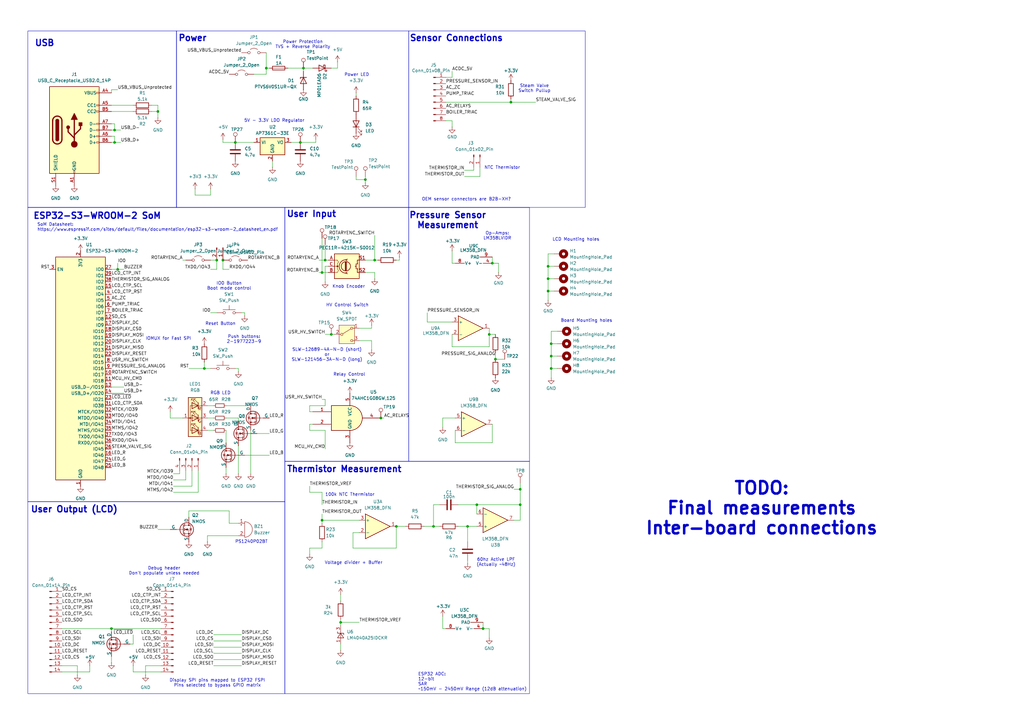
<source format=kicad_sch>
(kicad_sch (version 20231120) (generator "eeschema") (generator_version "8.0")
  (paper "A3")
  (junction (at 224.79 109.22))
  (junction (at 124.46 27.94))
  (junction (at 191.77 215.9))
  (junction (at 209.55 41.91))
  (junction (at 195.58 207.01))
  (junction (at 83.82 151.13))
  (junction (at 213.36 207.01))
  (junction (at 64.77 45.72))
  (junction (at 139.7 255.27))
  (junction (at 46.99 53.34))
  (junction (at 135.89 137.16))
  (junction (at 213.36 200.66))
  (junction (at 224.79 119.38))
  (junction (at 203.2 147.32))
  (junction (at 46.99 58.42))
  (junction (at 123.19 58.42))
  (junction (at 198.12 257.81))
  (junction (at 162.56 215.9))
  (junction (at 224.79 114.3))
  (junction (at 200.66 137.16))
  (junction (at 226.06 151.13))
  (junction (at 156.21 171.45))
  (junction (at 177.8 215.9))
  (junction (at 226.06 146.05))
  (junction (at 91.44 106.68))
  (junction (at 45.72 257.81))
  (junction (at 132.08 213.36))
  (junction (at 226.06 140.97))
  (junction (at 96.52 58.42))
  (junction (at 133.35 106.68))
  (junction (at 153.67 106.68))
  (junction (at 201.93 107.95))
  (junction (at 109.22 27.94))
  (junction (at 48.26 110.49))
  (junction (at 88.9 106.68))
  (junction (at 149.86 73.66))
  (junction (at 132.08 111.76))
  (wire (pts (xy 185.42 107.95) (xy 186.69 107.95)))
  (wire (pts (xy 133.35 184.15) (xy 133.35 176.53)))
  (wire (pts (xy 46.99 50.8) (xy 46.99 53.34)))
  (wire (pts (xy 182.88 41.91) (xy 209.55 41.91)))
  (wire (pts (xy 175.26 132.08) (xy 185.42 132.08)))
  (wire (pts (xy 191.77 231.14) (xy 191.77 229.87)))
  (wire (pts (xy 177.8 207.01) (xy 180.34 207.01)))
  (wire (pts (xy 127 166.37) (xy 127 168.91)))
  (wire (pts (xy 138.43 25.4) (xy 138.43 27.94)))
  (wire (pts (xy 50.8 158.75) (xy 45.72 158.75)))
  (wire (pts (xy 130.81 111.76) (xy 132.08 111.76)))
  (wire (pts (xy 154.94 106.68) (xy 153.67 106.68)))
  (wire (pts (xy 110.49 186.69) (xy 100.33 186.69)))
  (wire (pts (xy 226.06 146.05) (xy 226.06 151.13)))
  (wire (pts (xy 213.36 213.36) (xy 213.36 207.01)))
  (wire (pts (xy 200.66 261.62) (xy 200.66 257.81)))
  (wire (pts (xy 62.23 45.72) (xy 64.77 45.72)))
  (wire (pts (xy 201.93 181.61) (xy 186.69 181.61)))
  (wire (pts (xy 85.09 176.53) (xy 87.63 176.53)))
  (wire (pts (xy 175.26 128.27) (xy 175.26 132.08)))
  (wire (pts (xy 201.93 107.95) (xy 201.93 105.41)))
  (wire (pts (xy 152.4 133.35) (xy 152.4 134.62)))
  (wire (pts (xy 227.33 109.22) (xy 224.79 109.22)))
  (wire (pts (xy 213.36 200.66) (xy 213.36 207.01)))
  (wire (pts (xy 46.99 58.42) (xy 49.53 58.42)))
  (wire (pts (xy 109.22 30.48) (xy 109.22 27.94)))
  (wire (pts (xy 133.35 109.22) (xy 133.35 115.57)))
  (wire (pts (xy 83.82 151.13) (xy 83.82 148.59)))
  (wire (pts (xy 191.77 215.9) (xy 195.58 215.9)))
  (wire (pts (xy 119.38 58.42) (xy 123.19 58.42)))
  (wire (pts (xy 102.87 176.53) (xy 102.87 194.31)))
  (wire (pts (xy 91.44 106.68) (xy 91.44 110.49)))
  (wire (pts (xy 203.2 144.78) (xy 203.2 147.32)))
  (wire (pts (xy 129.54 58.42) (xy 123.19 58.42)))
  (wire (pts (xy 45.72 53.34) (xy 46.99 53.34)))
  (wire (pts (xy 127 176.53) (xy 127 173.99)))
  (wire (pts (xy 157.48 171.45) (xy 156.21 171.45)))
  (wire (pts (xy 129.54 57.15) (xy 129.54 58.42)))
  (wire (pts (xy 194.31 69.85) (xy 194.31 68.58)))
  (wire (pts (xy 127 173.99) (xy 128.27 173.99)))
  (wire (pts (xy 152.4 139.7) (xy 152.4 143.51)))
  (wire (pts (xy 177.8 215.9) (xy 173.99 215.9)))
  (wire (pts (xy 180.34 215.9) (xy 177.8 215.9)))
  (wire (pts (xy 71.12 196.85) (xy 76.2 196.85)))
  (wire (pts (xy 226.06 135.89) (xy 226.06 140.97)))
  (wire (pts (xy 224.79 109.22) (xy 224.79 114.3)))
  (wire (pts (xy 201.93 173.99) (xy 201.93 181.61)))
  (wire (pts (xy 111.76 66.04) (xy 111.76 68.58)))
  (wire (pts (xy 31.75 273.05) (xy 25.4 273.05)))
  (wire (pts (xy 92.71 191.77) (xy 92.71 194.31)))
  (wire (pts (xy 204.47 107.95) (xy 201.93 107.95)))
  (wire (pts (xy 88.9 106.68) (xy 88.9 110.49)))
  (wire (pts (xy 93.98 214.63) (xy 97.79 214.63)))
  (wire (pts (xy 133.35 166.37) (xy 127 166.37)))
  (wire (pts (xy 133.35 163.83) (xy 133.35 166.37)))
  (wire (pts (xy 130.81 106.68) (xy 133.35 106.68)))
  (wire (pts (xy 80.01 77.47) (xy 80.01 80.01)))
  (wire (pts (xy 227.33 114.3) (xy 224.79 114.3)))
  (wire (pts (xy 185.42 142.24) (xy 200.66 142.24)))
  (wire (pts (xy 91.44 57.15) (xy 91.44 58.42)))
  (wire (pts (xy 224.79 104.14) (xy 224.79 109.22)))
  (wire (pts (xy 54.61 264.16) (xy 53.34 264.16)))
  (wire (pts (xy 186.69 171.45) (xy 181.61 171.45)))
  (wire (pts (xy 76.2 196.85) (xy 76.2 193.04)))
  (wire (pts (xy 97.79 194.31) (xy 97.79 182.88)))
  (wire (pts (xy 45.72 55.88) (xy 46.99 55.88)))
  (wire (pts (xy 86.36 110.49) (xy 88.9 110.49)))
  (wire (pts (xy 146.05 73.66) (xy 146.05 72.39)))
  (wire (pts (xy 64.77 217.17) (xy 69.85 217.17)))
  (wire (pts (xy 162.56 215.9) (xy 162.56 224.79)))
  (wire (pts (xy 213.36 198.12) (xy 213.36 200.66)))
  (wire (pts (xy 187.96 207.01) (xy 195.58 207.01)))
  (wire (pts (xy 138.43 27.94) (xy 135.89 27.94)))
  (wire (pts (xy 25.4 257.81) (xy 45.72 257.81)))
  (wire (pts (xy 48.26 107.95) (xy 48.26 110.49)))
  (wire (pts (xy 59.69 276.86) (xy 59.69 273.05)))
  (wire (pts (xy 196.85 72.39) (xy 196.85 68.58)))
  (wire (pts (xy 135.89 137.16) (xy 137.16 137.16)))
  (wire (pts (xy 45.72 36.83) (xy 45.72 38.1)))
  (wire (pts (xy 80.01 80.01) (xy 86.36 80.01)))
  (wire (pts (xy 144.78 218.44) (xy 147.32 218.44)))
  (wire (pts (xy 46.99 53.34) (xy 49.53 53.34)))
  (wire (pts (xy 133.35 100.33) (xy 133.35 106.68)))
  (wire (pts (xy 31.75 276.86) (xy 31.75 273.05)))
  (wire (pts (xy 133.35 137.16) (xy 135.89 137.16)))
  (wire (pts (xy 132.08 210.82) (xy 132.08 213.36)))
  (wire (pts (xy 147.32 139.7) (xy 152.4 139.7)))
  (wire (pts (xy 87.63 273.05) (xy 99.06 273.05)))
  (wire (pts (xy 204.47 111.76) (xy 204.47 107.95)))
  (wire (pts (xy 149.86 73.66) (xy 149.86 72.39)))
  (wire (pts (xy 50.8 161.29) (xy 45.72 161.29)))
  (wire (pts (xy 85.09 219.71) (xy 85.09 222.25)))
  (wire (pts (xy 127 199.39) (xy 127 201.93)))
  (wire (pts (xy 45.72 45.72) (xy 54.61 45.72)))
  (wire (pts (xy 139.7 243.84) (xy 139.7 246.38)))
  (wire (pts (xy 100.33 129.54) (xy 100.33 128.27)))
  (wire (pts (xy 181.61 257.81) (xy 182.88 257.81)))
  (wire (pts (xy 86.36 106.68) (xy 88.9 106.68)))
  (wire (pts (xy 87.63 262.89) (xy 99.06 262.89)))
  (wire (pts (xy 132.08 213.36) (xy 132.08 214.63)))
  (wire (pts (xy 181.61 171.45) (xy 181.61 175.26)))
  (wire (pts (xy 139.7 256.54) (xy 139.7 255.27)))
  (wire (pts (xy 66.04 257.81) (xy 45.72 257.81)))
  (wire (pts (xy 149.86 74.93) (xy 149.86 73.66)))
  (wire (pts (xy 45.72 110.49) (xy 48.26 110.49)))
  (wire (pts (xy 132.08 207.01) (xy 132.08 201.93)))
  (wire (pts (xy 97.79 171.45) (xy 97.79 172.72)))
  (wire (pts (xy 93.98 110.49) (xy 91.44 110.49)))
  (wire (pts (xy 162.56 215.9) (xy 166.37 215.9)))
  (wire (pts (xy 127 224.79) (xy 132.08 224.79)))
  (wire (pts (xy 77.47 151.13) (xy 83.82 151.13)))
  (wire (pts (xy 224.79 123.19) (xy 224.79 119.38)))
  (wire (pts (xy 163.83 105.41) (xy 163.83 106.68)))
  (wire (pts (xy 48.26 110.49) (xy 50.8 110.49)))
  (wire (pts (xy 187.96 215.9) (xy 191.77 215.9)))
  (wire (pts (xy 224.79 119.38) (xy 227.33 119.38)))
  (wire (pts (xy 96.52 58.42) (xy 104.14 58.42)))
  (wire (pts (xy 213.36 213.36) (xy 210.82 213.36)))
  (wire (pts (xy 132.08 213.36) (xy 147.32 213.36)))
  (wire (pts (xy 133.35 106.68) (xy 134.62 106.68)))
  (wire (pts (xy 132.08 111.76) (xy 134.62 111.76)))
  (wire (pts (xy 195.58 207.01) (xy 213.36 207.01)))
  (wire (pts (xy 77.47 209.55) (xy 93.98 209.55)))
  (wire (pts (xy 97.79 151.13) (xy 97.79 152.4)))
  (wire (pts (xy 45.72 50.8) (xy 46.99 50.8)))
  (wire (pts (xy 203.2 137.16) (xy 200.66 137.16)))
  (wire (pts (xy 77.47 209.55) (xy 77.47 212.09)))
  (wire (pts (xy 102.87 166.37) (xy 92.71 166.37)))
  (wire (pts (xy 124.46 27.94) (xy 124.46 29.21)))
  (wire (pts (xy 185.42 102.87) (xy 185.42 107.95)))
  (wire (pts (xy 109.22 21.59) (xy 109.22 27.94)))
  (wire (pts (xy 224.79 114.3) (xy 224.79 119.38)))
  (wire (pts (xy 185.42 49.53) (xy 185.42 52.07)))
  (wire (pts (xy 91.44 58.42) (xy 96.52 58.42)))
  (wire (pts (xy 185.42 29.21) (xy 185.42 31.75)))
  (wire (pts (xy 185.42 31.75) (xy 182.88 31.75)))
  (wire (pts (xy 87.63 260.35) (xy 99.06 260.35)))
  (wire (pts (xy 200.66 137.16) (xy 200.66 134.62)))
  (wire (pts (xy 163.83 106.68) (xy 162.56 106.68)))
  (wire (pts (xy 54.61 260.35) (xy 54.61 264.16)))
  (wire (pts (xy 81.28 201.93) (xy 71.12 201.93)))
  (wire (pts (xy 226.06 146.05) (xy 228.6 146.05)))
  (wire (pts (xy 200.66 257.81) (xy 198.12 257.81)))
  (wire (pts (xy 219.71 41.91) (xy 209.55 41.91)))
  (wire (pts (xy 146.05 73.66) (xy 149.86 73.66)))
  (wire (pts (xy 85.09 171.45) (xy 87.63 171.45)))
  (wire (pts (xy 87.63 267.97) (xy 99.06 267.97)))
  (wire (pts (xy 110.49 27.94) (xy 109.22 27.94)))
  (wire (pts (xy 45.72 58.42) (xy 46.99 58.42)))
  (wire (pts (xy 127 224.79) (xy 127 227.33)))
  (wire (pts (xy 147.32 255.27) (xy 139.7 255.27)))
  (wire (pts (xy 48.26 36.83) (xy 45.72 36.83)))
  (wire (pts (xy 46.99 55.88) (xy 46.99 58.42)))
  (wire (pts (xy 149.86 106.68) (xy 153.67 106.68)))
  (wire (pts (xy 85.09 166.37) (xy 87.63 166.37)))
  (wire (pts (xy 133.35 176.53) (xy 127 176.53)))
  (wire (pts (xy 132.08 163.83) (xy 133.35 163.83)))
  (wire (pts (xy 228.6 140.97) (xy 226.06 140.97)))
  (wire (pts (xy 93.98 209.55) (xy 93.98 214.63)))
  (wire (pts (xy 25.4 275.59) (xy 36.83 275.59)))
  (wire (pts (xy 86.36 77.47) (xy 86.36 80.01)))
  (wire (pts (xy 195.58 207.01) (xy 195.58 210.82)))
  (wire (pts (xy 64.77 43.18) (xy 64.77 45.72)))
  (wire (pts (xy 45.72 257.81) (xy 45.72 259.08)))
  (wire (pts (xy 209.55 40.64) (xy 209.55 41.91)))
  (wire (pts (xy 226.06 140.97) (xy 226.06 146.05)))
  (wire (pts (xy 198.12 257.81) (xy 198.12 255.27)))
  (wire (pts (xy 66.04 275.59) (xy 54.61 275.59)))
  (wire (pts (xy 118.11 27.94) (xy 124.46 27.94)))
  (wire (pts (xy 153.67 96.52) (xy 153.67 106.68)))
  (wire (pts (xy 132.08 97.79) (xy 132.08 111.76)))
  (wire (pts (xy 45.72 43.18) (xy 54.61 43.18)))
  (wire (pts (xy 153.67 111.76) (xy 153.67 114.3)))
  (wire (pts (xy 144.78 224.79) (xy 144.78 218.44)))
  (wire (pts (xy 59.69 273.05) (xy 66.04 273.05)))
  (wire (pts (xy 100.33 128.27) (xy 99.06 128.27)))
  (wire (pts (xy 127 168.91) (xy 128.27 168.91)))
  (wire (pts (xy 177.8 207.01) (xy 177.8 215.9)))
  (wire (pts (xy 152.4 134.62) (xy 147.32 134.62)))
  (wire (pts (xy 71.12 194.31) (xy 73.66 194.31)))
  (wire (pts (xy 124.46 27.94) (xy 128.27 27.94)))
  (wire (pts (xy 146.05 38.1) (xy 146.05 39.37)))
  (wire (pts (xy 45.72 271.78) (xy 45.72 269.24)))
  (wire (pts (xy 104.14 30.48) (xy 109.22 30.48)))
  (wire (pts (xy 69.85 171.45) (xy 74.93 171.45)))
  (wire (pts (xy 78.74 199.39) (xy 71.12 199.39)))
  (wire (pts (xy 74.93 106.68) (xy 76.2 106.68)))
  (wire (pts (xy 185.42 142.24) (xy 185.42 137.16)))
  (wire (pts (xy 182.88 49.53) (xy 185.42 49.53)))
  (wire (pts (xy 226.06 154.94) (xy 226.06 151.13)))
  (wire (pts (xy 83.82 151.13) (xy 86.36 151.13)))
  (wire (pts (xy 139.7 264.16) (xy 139.7 266.7)))
  (wire (pts (xy 110.49 177.8) (xy 105.41 177.8)))
  (wire (pts (xy 127 201.93) (xy 132.08 201.93)))
  (wire (pts (xy 97.79 219.71) (xy 85.09 219.71)))
  (wire (pts (xy 190.5 72.39) (xy 196.85 72.39)))
  (wire (pts (xy 97.79 151.13) (xy 96.52 151.13)))
  (wire (pts (xy 200.66 142.24) (xy 200.66 137.16)))
  (wire (pts (xy 86.36 128.27) (xy 88.9 128.27)))
  (wire (pts (xy 69.85 168.91) (xy 69.85 171.45)))
  (wire (pts (xy 92.71 171.45) (xy 97.79 171.45)))
  (wire (pts (xy 78.74 199.39) (xy 78.74 193.04)))
  (wire (pts (xy 139.7 255.27) (xy 139.7 254)))
  (wire (pts (xy 210.82 200.66) (xy 213.36 200.66)))
  (wire (pts (xy 149.86 111.76) (xy 153.67 111.76)))
  (wire (pts (xy 64.77 45.72) (xy 64.77 48.26)))
  (wire (pts (xy 36.83 273.05) (xy 36.83 275.59)))
  (wire (pts (xy 87.63 270.51) (xy 99.06 270.51)))
  (wire (pts (xy 62.23 43.18) (xy 64.77 43.18)))
  (wire (pts (xy 226.06 151.13) (xy 228.6 151.13)))
  (wire (pts (xy 228.6 135.89) (xy 226.06 135.89)))
  (wire (pts (xy 87.63 265.43) (xy 99.06 265.43)))
  (wire (pts (xy 73.66 194.31) (xy 73.66 193.04)))
  (wire (pts (xy 186.69 181.61) (xy 186.69 176.53)))
  (wire (pts (xy 227.33 104.14) (xy 224.79 104.14)))
  (wire (pts (xy 162.56 224.79) (xy 144.78 224.79)))
  (wire (pts (xy 54.61 273.05) (xy 54.61 275.59)))
  (wire (pts (xy 134.62 109.22) (xy 133.35 109.22)))
  (wire (pts (xy 132.08 222.25) (xy 132.08 224.79)))
  (wire (pts (xy 207.01 147.32) (xy 203.2 147.32)))
  (wire (pts (xy 191.77 215.9) (xy 191.77 222.25)))
  (wire (pts (xy 190.5 69.85) (xy 194.31 69.85)))
  (wire (pts (xy 81.28 201.93) (xy 81.28 193.04)))
  (wire (pts (xy 181.61 252.73) (xy 181.61 257.81)))
  (wire (pts (xy 92.71 176.53) (xy 92.71 181.61)))
  (rectangle (start 116.84 85.09) (end 167.64 189.23))
  (rectangle (start 72.39 12.7) (end 167.64 85.09))
  (rectangle (start 11.43 205.74) (end 116.84 284.48))
  (rectangle (start 116.84 189.23) (end 217.17 284.48))
  (rectangle (start 11.43 85.09) (end 116.84 205.74))
  (rectangle (start 11.43 12.7) (end 72.39 85.09))
  (rectangle (start 167.64 12.7) (end 240.03 85.09))
  (rectangle (start 167.64 85.09) (end 217.17 189.23))
  (text "60hz Active LPF\n(Actually ~48Hz)" (at 203.454 230.632 0) (effects (font (size 1.27 1.27))))
  (text "Thermistor Measurement" (at 141.224 192.532 0) (effects (font (size 2.54 2.54) (thickness 0.508) (bold yes))))
  (text "Debug header\nDon't populate unless needed" (at 67.31 234.188 0) (effects (font (size 1.27 1.27))))
  (text "ESP32 ADC:\n12-bit\nSAR\n~150mV - 2450mV Range (12dB attenuation)" (at 171.45 279.654 0) (effects (font (size 1.27 1.27)) (justify left)))
  (text "SLW-12689-4A-N-D (short)\nor\nSLW-121456-3A-N-D (long)" (at 134.112 145.542 0) (effects (font (size 1.27 1.27))))
  (text "OEM sensor connectors are B2B-XH?" (at 191.262 81.788 0) (effects (font (size 1.27 1.27))))
  (text "Steam Valve\nSwitch Pullup" (at 219.202 36.322 0) (effects (font (size 1.27 1.27))))
  (text "Push buttons:\n2-1977223-9" (at 100.076 139.192 0) (effects (font (size 1.27 1.27))))
  (text "Relay Control" (at 143.256 153.67 0) (effects (font (size 1.27 1.27))))
  (text "100k NTC Thermistor" (at 143.51 202.946 0) (effects (font (size 1.27 1.27))))
  (text "User Input" (at 127.762 87.884 0) (effects (font (size 2.54 2.54) (thickness 0.508) (bold yes))))
  (text "Board Mounting holes" (at 240.538 131.572 0) (effects (font (size 1.27 1.27))))
  (text "New screen:" (at -49.276 248.158 0) (effects (font (size 1.27 1.27))))
  (text "IOMUX for Fast SPI" (at 69.088 138.938 0) (effects (font (size 1.27 1.27))))
  (text "Power LED" (at 146.304 30.734 0) (effects (font (size 1.27 1.27))))
  (text "Power Protection\nTVS + Reverse Polarity" (at 124.206 18.288 0) (effects (font (size 1.27 1.27))))
  (text "5V - 3.3V LDO Regulator" (at 112.522 49.53 0) (effects (font (size 1.27 1.27))))
  (text "SoM Datasheet:\nhttps://www.espressif.com/sites/default/files/documentation/esp32-s3-wroom-2_datasheet_en.pdf" (at 15.24 93.218 0) (effects (font (size 1.27 1.27)) (justify left)))
  (text "Pressure Sensor\nMeasurement" (at 183.642 90.424 0) (effects (font (size 2.54 2.54) (thickness 0.508) (bold yes))))
  (text "TODO:\nFinal measurements\nInter-board connections" (at 312.42 208.534 0) (effects (font (size 5.08 5.08) (thickness 1.016) (bold yes))))
  (text "Reset Button" (at 90.424 132.842 0) (effects (font (size 1.27 1.27))))
  (text "Voltage divider + Buffer" (at 145.034 230.886 0) (effects (font (size 1.27 1.27))))
  (text "User Output (LCD)" (at 30.48 209.042 0) (effects (font (size 2.54 2.54) (thickness 0.508) (bold yes))))
  (text "USB" (at 18.288 17.78 0) (effects (font (size 2.54 2.54) (thickness 0.508) (bold yes))))
  (text "RGB LED" (at 90.424 161.29 0) (effects (font (size 1.27 1.27))))
  (text "ESP32-S3-WROOM-2 SoM" (at 39.878 88.646 0) (effects (font (size 2.54 2.54) (thickness 0.508) (bold yes))))
  (text "LCD Mounting holes" (at 236.22 98.298 0) (effects (font (size 1.27 1.27))))
  (text "Sensor Connections" (at 187.198 15.748 0) (effects (font (size 2.54 2.54) (thickness 0.508) (bold yes))))
  (text "HV Control Switch" (at 142.494 125.222 0) (effects (font (size 1.27 1.27))))
  (text "Knob Encoder" (at 143.002 117.602 0) (effects (font (size 1.27 1.27))))
  (text "PS1240P02BT" (at 103.124 222.25 0) (effects (font (size 1.27 1.27))))
  (text "Power" (at 78.994 15.748 0) (effects (font (size 2.54 2.54) (thickness 0.508) (bold yes))))
  (text "https://www.amazon.com/Hosyond-320x480-Capacitive-Display-Mega2560/dp/B0CRGQN58D?pd_rd_w=MfTtT&content-id=amzn1.sym.cd152278-debd-42b9-91b9-6f271389fda7&pf_rd_p=cd152278-debd-42b9-91b9-6f271389fda7&pf_rd_r=4CVHM0RG5QGXJTRP6XDY&pd_rd_wg=Nnetp&pd_rd_r=2bbf2a5e-2d15-4c26-bcf4-4226e2b3f481&pd_rd_i=B0CRGQN58D&th=1" (at -46.736 251.968 0) (effects (font (size 0.254 0.254))))
  (text "Display SPI pins mapped to ESP32 FSPI\nPins selected to bypass GPIO matrix" (at 89.154 280.162 0) (effects (font (size 1.27 1.27))))
  (text "Op-Amps:\nLM358LVIDR" (at 203.962 96.774 0) (effects (font (size 1.27 1.27))))
  (text "IO0 Button\nBoot mode control" (at 93.98 117.348 0) (effects (font (size 1.27 1.27))))
  (text "NTC Thermistor" (at 205.994 68.834 0) (effects (font (size 1.27 1.27))))
  (label "USB_D-" (at 49.53 53.34 0))
  (label "MCU_HV_CMD" (at 133.35 184.15 180))
  (label "LCD_CTP_INT" (at 25.4 245.11 0))
  (label "LCD_CTP_SCL" (at 66.04 252.73 180))
  (label "LED_G" (at 45.72 189.23 0))
  (label "DISPLAY_RESET" (at 45.72 146.05 0))
  (label "DISPLAY_DC" (at 45.72 133.35 0))
  (label "MTDO{slash}IO40" (at 45.72 171.45 0))
  (label "DISPLAY_CLK" (at 45.72 140.97 0))
  (label "MTMS{slash}IO42" (at 71.12 201.93 180))
  (label "LED_R" (at 45.72 186.69 0))
  (label "USB_VBUS_Unprotected" (at 99.06 21.59 180))
  (label "LCD_CTP_RST" (at 66.04 250.19 180))
  (label "BUZZER" (at 50.8 110.49 0))
  (label "LCD_CS" (at 87.63 262.89 180))
  (label "ROTARYENC_B" (at 101.6 106.68 0))
  (label "MTCK{slash}IO39" (at 45.72 168.91 0))
  (label "AC_ZC" (at 45.72 123.19 0))
  (label "MCU_HV_CMD" (at 45.72 156.21 0))
  (label "DISPLAY_RESET" (at 99.06 273.05 0))
  (label "USB_D+" (at 49.53 58.42 0))
  (label "LCD_RESET" (at 25.4 267.97 0))
  (label "BOILER_TRIAC" (at 182.88 46.99 0))
  (label "THERMISTOR_VREF" (at 147.32 255.27 0))
  (label "LCD_SCL" (at 87.63 267.97 180))
  (label "IO0" (at 48.26 107.95 0))
  (label "ROTARYENC_B" (at 130.81 111.76 180))
  (label "MTCK{slash}IO39" (at 71.12 194.31 180))
  (label "LCD_SDI" (at 66.04 262.89 180))
  (label "PRESSURE_SENSOR_IN" (at 182.88 34.29 0))
  (label "SD_CS" (at 25.4 242.57 0))
  (label "LCD_SCL" (at 25.4 260.35 0))
  (label "THERMISTOR_OUT" (at 132.08 210.82 0))
  (label "LED_B" (at 45.72 191.77 0))
  (label "ACDC_5V" (at 93.98 30.48 180))
  (label "LCD_CS" (at 66.04 270.51 180))
  (label "THERMISTOR_SIG_ANALOG" (at 210.82 200.66 180))
  (label "AC_RELAYS" (at 182.88 44.45 0))
  (label "TXD0{slash}IO43" (at 45.72 179.07 0))
  (label "LCD_RESET" (at 87.63 273.05 180))
  (label "LCD_CTP_SCL" (at 45.72 118.11 0))
  (label "IO0" (at 86.36 128.27 180))
  (label "LCD_CTP_SDA" (at 25.4 247.65 0))
  (label "ROTARYENC_SWITCH" (at 153.67 96.52 180))
  (label "THERMISTOR_SIG_ANALOG" (at 45.72 115.57 0))
  (label "SD_CS" (at 66.04 242.57 180))
  (label "TXD0{slash}IO43" (at 86.36 110.49 180))
  (label "LCD_SDO" (at 87.63 270.51 180))
  (label "AC_RELAYS" (at 157.48 171.45 0))
  (label "PRESSURE_SENSOR_IN" (at 175.26 128.27 0))
  (label "LCD_SDO" (at 25.4 255.27 0))
  (label "MTDI{slash}IO41" (at 45.72 173.99 0))
  (label "PRESSURE_SIG_ANALOG" (at 45.72 151.13 0))
  (label "MTDO{slash}IO40" (at 71.12 196.85 180))
  (label "ROTARYENC_A" (at 130.81 106.68 180))
  (label "ROTARYENC_A" (at 74.93 106.68 180))
  (label "LCD_DC" (at 66.04 265.43 180))
  (label "THERMISTOR_IN" (at 132.08 207.01 0))
  (label "LCD_SDO" (at 66.04 255.27 180))
  (label "~{LCD_LED}" (at 45.72 163.83 0))
  (label "LCD_SDI" (at 87.63 265.43 180))
  (label "LCD_CTP_SDA" (at 45.72 166.37 0))
  (label "LCD_CTP_RST" (at 45.72 120.65 0))
  (label "RST" (at 20.32 110.49 180))
  (label "LCD_CTP_INT" (at 66.04 245.11 180))
  (label "PUMP_TRIAC" (at 45.72 125.73 0))
  (label "LCD_DC" (at 87.63 260.35 180))
  (label "LED_G" (at 110.49 177.8 0))
  (label "STEAM_VALVE_SIG" (at 45.72 184.15 0))
  (label "ROTARYENC_SWITCH" (at 45.72 153.67 0))
  (label "BOILER_TRIAC" (at 45.72 128.27 0))
  (label "~{LCD_LED}" (at 54.61 260.35 180))
  (label "STEAM_VALVE_SIG" (at 219.71 41.91 0))
  (label "ACDC_5V" (at 185.42 29.21 0))
  (label "PUMP_TRIAC" (at 182.88 39.37 0))
  (label "PRESSURE_SIG_ANALOG" (at 203.2 146.05 180))
  (label "USR_HV_SWITCH" (at 133.35 137.16 180))
  (label "THERMISTOR_IN" (at 190.5 69.85 180))
  (label "LCD_DC" (at 25.4 265.43 0))
  (label "LED_B" (at 110.49 186.69 0))
  (label "USB_D-" (at 50.8 158.75 0))
  (label "LCD_RESET" (at 66.04 267.97 180))
  (label "SD_CS" (at 45.72 130.81 0))
  (label "DISPLAY_CLK" (at 99.06 267.97 0))
  (label "USB_D+" (at 50.8 161.29 0))
  (label "MTDI{slash}IO41" (at 71.12 199.39 180))
  (label "RXD0{slash}IO44" (at 45.72 181.61 0))
  (label "LCD_CTP_RST" (at 25.4 250.19 0))
  (label "USB_VBUS_Unprotected" (at 48.26 36.83 0))
  (label "AC_ZC" (at 182.88 36.83 0))
  (label "DISPLAY_DC" (at 99.06 260.35 0))
  (label "LCD_SCL" (at 66.04 260.35 180))
  (label "LCD_CTP_INT" (at 45.72 113.03 0))
  (label "BUZZER" (at 64.77 217.17 180))
  (label "RST" (at 77.47 151.13 180))
  (label "THERMISTOR_VREF" (at 127 199.39 0))
  (label "DISPLAY_CS0" (at 99.06 262.89 0))
  (label "LCD_CS" (at 25.4 270.51 0))
  (label "DISPLAY_MOSI" (at 99.06 265.43 0))
  (label "DISPLAY_MOSI" (at 45.72 138.43 0))
  (label "LED_R" (at 110.49 171.45 0))
  (label "DISPLAY_MISO" (at 99.06 270.51 0))
  (label "USR_HV_SWITCH" (at 45.72 148.59 0))
  (label "DISPLAY_CS0" (at 45.72 135.89 0))
  (label "LCD_CTP_SDA" (at 66.04 247.65 180))
  (label "LCD_CTP_SCL" (at 25.4 252.73 0))
  (label "RXD0{slash}IO44" (at 93.98 110.49 0))
  (label "USR_HV_SWITCH" (at 132.08 163.83 180))
  (label "THERMISTOR_OUT" (at 190.5 72.39 180))
  (label "DISPLAY_MISO" (at 45.72 143.51 0))
  (label "MTMS{slash}IO42" (at 45.72 176.53 0))
  (label "LCD_SDI" (at 25.4 262.89 0))
  (symbol (lib_id "Mechanical:MountingHole_Pad") (at 229.87 109.22 270) (unit 1) (exclude_from_sim yes) (in_bom no)
    (property "Reference" "H2" (at 233.68 107.9499 90) (effects (justify left)))
    (property "Value" "MountingHole_Pad" (at 233.68 110.4899 90) (effects (justify left)))
    (property "Footprint" "MountingHole:MountingHole_3.2mm_M3_DIN965" (effects (hide yes)))
    (property "Description" "Mounting Hole with connection" (effects (hide yes)))
  )
  (symbol (lib_id "Connector:TestPoint") (at 123.19 58.42 0) (unit 1)
    (property "Reference" "TP26" (at 119.888 53.086 0) (effects (justify left)))
    (property "Value" "TestPoint" (effects (hide yes)))
    (property "Footprint" "Connector_PinHeader_2.54mm:PinHeader_1x01_P2.54mm_Vertical" (effects (hide yes)))
    (property "Description" "test point" (effects (hide yes)))
  )
  (symbol (lib_id "power:+5V") (at 54.61 273.05 0) (mirror y) (unit 1)
    (property "Reference" "#PWR026" (effects (hide yes)))
    (property "Value" "+5V" (at 54.61 269.494 0))
    (property "Description" "Power symbol creates a global label with name \"+5V\"" (effects (hide yes)))
  )
  (symbol (lib_id "Device:R_Small") (at 90.17 166.37 90) (unit 1)
    (property "Reference" "R28" (at 92.71 163.83 90))
    (property "Value" "65R" (at 87.63 163.83 90))
    (property "Footprint" "Resistor_SMD:R_0603_1608Metric_Pad0.98x0.95mm_HandSolder" (effects (hide yes)))
  )
  (symbol (lib_id "power:GND") (at 31.75 276.86 0) (unit 1)
    (property "Reference" "#PWR020" (effects (hide yes)))
    (property "Value" "GND" (at 31.75 281.94 0))
    (property "Description" "Power symbol creates a global label with name \"GND\" , ground" (effects (hide yes)))
  )
  (symbol (lib_id "power:GND") (at 191.77 231.14 0) (unit 1)
    (property "Reference" "#PWR059" (effects (hide yes)))
    (property "Value" "GND" (at 191.77 236.22 0))
    (property "Description" "Power symbol creates a global label with name \"GND\" , ground" (effects (hide yes)))
  )
  (symbol (lib_id "power:GND") (at 30.48 76.2 0) (unit 1)
    (property "Reference" "#PWR03" (effects (hide yes)))
    (property "Value" "GND" (at 30.48 81.28 0))
    (property "Description" "Power symbol creates a global label with name \"GND\" , ground" (effects (hide yes)))
  )
  (symbol (lib_id "Connector:TestPoint") (at 156.21 171.45 0) (unit 1)
    (property "Reference" "TP19" (at 157.226 166.878 0) (effects (justify left)))
    (property "Value" "TestPoint" (effects (hide yes)))
    (property "Footprint" "Connector_PinHeader_2.54mm:PinHeader_1x01_P2.54mm_Vertical" (effects (hide yes)))
    (property "Description" "test point" (effects (hide yes)))
  )
  (symbol (lib_id "Device:R") (at 132.08 218.44 0) (unit 1)
    (property "Reference" "R23" (at 133.604 217.17 0) (effects (justify left)))
    (property "Value" "10k" (at 133.604 219.71 0) (effects (justify left)))
    (property "Footprint" "Resistor_SMD:R_0603_1608Metric_Pad0.98x0.95mm_HandSolder" (effects (hide yes)))
    (property "Description" "Resistor" (effects (hide yes)))
  )
  (symbol (lib_id "Jumper:Jumper_2_Open") (at 104.14 21.59 0) (unit 1) (exclude_from_sim yes)
    (property "Reference" "JP1" (at 104.14 15.24 0))
    (property "Value" "Jumper_2_Open" (at 104.14 17.78 0))
    (property "Footprint" "Jumper:SolderJumper-2_P1.3mm_Open_Pad1.0x1.5mm" (effects (hide yes)))
    (property "Description" "Jumper, 2-pole, open" (effects (hide yes)))
  )
  (symbol (lib_id "Device:D_Schottky") (at 132.08 27.94 180) (unit 1)
    (property "Reference" "D2" (at 133.2484 29.972 90) (effects (justify left)))
    (property "Value" "MP01EA06" (at 130.937 29.972 90) (effects (justify left)))
    (property "Footprint" "Diode_SMD:D_SOD-123" (effects (hide yes)))
    (property "Datasheet" "https://www.mouser.com/datasheet/2/40/MP01EA06_file-2936388.pdf" (effects (hide yes)))
    (property "Description" "60V 1A 600mV @ 1A SOD-123 Schottky Barrier Diodes (SBD) RoHS" (effects (hide yes)))
    (property "Package" "SOD-123" (effects (hide yes)))
  )
  (symbol (lib_id "Device:R") (at 158.75 106.68 90) (unit 1)
    (property "Reference" "R19" (at 158.75 100.33 90))
    (property "Value" "10k" (at 158.75 102.87 90))
    (property "Footprint" "Resistor_SMD:R_0603_1608Metric_Pad0.98x0.95mm_HandSolder" (effects (hide yes)))
    (property "Description" "Resistor" (effects (hide yes)))
  )
  (symbol (lib_id "power:GND") (at 146.05 54.61 0) (unit 1)
    (property "Reference" "#PWR029" (effects (hide yes)))
    (property "Value" "GND" (at 146.05 59.69 0))
    (property "Description" "Power symbol creates a global label with name \"GND\" , ground" (effects (hide yes)))
  )
  (symbol (lib_id "Simulation_SPICE:NMOS") (at 105.41 171.45 0) (mirror y) (unit 1)
    (property "Reference" "Q7" (at 105.918 163.322 0) (effects (justify left)))
    (property "Value" "NMOS" (at 105.918 165.862 0) (effects (justify left)))
    (property "Footprint" "Package_TO_SOT_SMD:SOT-23" (effects (hide yes)))
    (property "Datasheet" "https://ngspice.sourceforge.io/docs/ngspice-html-manual/manual.xhtml#cha_MOSFETs" (effects (hide yes)))
    (property "Description" "N-MOSFET transistor, drain/source/gate" (effects (hide yes)))
    (property "Sim.Device" "NMOS" (effects (hide yes)))
    (property "Sim.Type" "VDMOS" (effects (hide yes)))
    (property "Sim.Pins" "1=D 2=G 3=S" (effects (hide yes)))
  )
  (symbol (lib_id "power:+3.3V") (at 181.61 252.73 0) (unit 1)
    (property "Reference" "#PWR013" (effects (hide yes)))
    (property "Value" "+3.3V" (at 178.816 248.666 0) (effects (justify left)))
    (property "Description" "Power symbol creates a global label with name \"+3.3V\"" (effects (hide yes)))
  )
  (symbol (lib_id "power:+3.3V") (at 139.7 243.84 0) (unit 1)
    (property "Reference" "#PWR049" (effects (hide yes)))
    (property "Value" "+3.3V" (at 139.7 238.76 0))
    (property "Description" "Power symbol creates a global label with name \"+3.3V\"" (effects (hide yes)))
  )
  (symbol (lib_id "power:+3.3V") (at 143.51 161.29 0) (unit 1)
    (property "Reference" "#PWR030" (effects (hide yes)))
    (property "Value" "+3.3V" (at 143.51 156.21 0))
    (property "Description" "Power symbol creates a global label with name \"+3.3V\"" (effects (hide yes)))
  )
  (symbol (lib_id "Connector:Conn_01x02_Pin") (at 196.85 63.5 270) (unit 1)
    (property "Reference" "J3" (at 194.31 58.674 90) (effects (justify right)))
    (property "Value" "Conn_01x02_Pin" (at 202.438 61.214 90) (effects (justify right)))
    (property "Footprint" "Connector_JST:JST_XH_B2B-XH-AM_1x02_P2.50mm_Vertical" (effects (hide yes)))
    (property "Description" "Generic connector, single row, 01x02, script generated" (effects (hide yes)))
  )
  (symbol (lib_id "Simulation_SPICE:NMOS") (at 74.93 217.17 0) (unit 1)
    (property "Reference" "Q2" (at 78.74 211.328 0) (effects (justify left)))
    (property "Value" "NMOS" (at 78.74 213.868 0) (effects (justify left)))
    (property "Footprint" "Package_TO_SOT_SMD:SOT-23" (effects (hide yes)))
    (property "Datasheet" "https://ngspice.sourceforge.io/docs/ngspice-html-manual/manual.xhtml#cha_MOSFETs" (effects (hide yes)))
    (property "Description" "N-MOSFET transistor, drain/source/gate" (effects (hide yes)))
    (property "Sim.Device" "NMOS" (effects (hide yes)))
    (property "Sim.Type" "VDMOS" (effects (hide yes)))
    (property "Sim.Pins" "1=D 2=G 3=S" (effects (hide yes)))
  )
  (symbol (lib_id "power:GND") (at 224.79 123.19 0) (unit 1)
    (property "Reference" "#PWR037" (effects (hide yes)))
    (property "Value" "GND" (at 222.758 127.508 0) (effects (justify left)))
    (property "Description" "Power symbol creates a global label with name \"GND\" , ground" (effects (hide yes)))
  )
  (symbol (lib_id "power:GND") (at 200.66 261.62 0) (unit 1)
    (property "Reference" "#PWR019" (effects (hide yes)))
    (property "Value" "GND" (at 198.628 265.938 0) (effects (justify left)))
    (property "Description" "Power symbol creates a global label with name \"GND\" , ground" (effects (hide yes)))
  )
  (symbol (lib_id "Connector:TestPoint") (at 146.05 72.39 0) (unit 1)
    (property "Reference" "TP3" (at 141.224 66.294 0) (effects (justify left)))
    (property "Value" "TestPoint" (at 135.89 68.58 0) (effects (justify left)))
    (property "Footprint" "Connector_PinHeader_2.54mm:PinHeader_1x01_P2.54mm_Vertical" (effects (hide yes)))
    (property "Description" "test point" (effects (hide yes)))
  )
  (symbol (lib_id "Switch:SW_Push") (at 93.98 128.27 0) (unit 1)
    (property "Reference" "SW1" (at 93.98 120.65 0))
    (property "Value" "SW_Push" (at 93.98 123.19 0))
    (property "Footprint" "Button_Switch_SMD:SW_Push_1P1T_NO_6x6mm_H9.5mm" (effects (hide yes)))
    (property "Description" "Push button switch, generic, two pins" (effects (hide yes)))
  )
  (symbol (lib_id "Mechanical:MountingHole_Pad") (at 229.87 119.38 270) (unit 1) (exclude_from_sim yes) (in_bom no)
    (property "Reference" "H4" (at 233.68 118.1099 90) (effects (justify left)))
    (property "Value" "MountingHole_Pad" (at 233.68 120.6499 90) (effects (justify left)))
    (property "Footprint" "MountingHole:MountingHole_3.2mm_M3_DIN965" (effects (hide yes)))
    (property "Description" "Mounting Hole with connection" (effects (hide yes)))
  )
  (symbol (lib_id "Mechanical:MountingHole_Pad") (at 231.14 135.89 270) (unit 1) (exclude_from_sim yes) (in_bom no)
    (property "Reference" "H5" (at 234.95 134.6199 90) (effects (justify left)))
    (property "Value" "MountingHole_Pad" (at 234.95 137.1599 90) (effects (justify left)))
    (property "Footprint" "MountingHole:MountingHole_3.2mm_M3_DIN965_Pad" (effects (hide yes)))
    (property "Description" "Mounting Hole with connection" (effects (hide yes)))
  )
  (symbol (lib_id "power:GND") (at 22.86 76.2 0) (unit 1)
    (property "Reference" "#PWR01" (effects (hide yes)))
    (property "Value" "GND" (at 22.86 81.28 0))
    (property "Description" "Power symbol creates a global label with name \"GND\" , ground" (effects (hide yes)))
  )
  (symbol (lib_id "Device:R") (at 209.55 36.83 0) (mirror x) (unit 1)
    (property "Reference" "R31" (at 207.01 35.5599 0) (effects (justify right)))
    (property "Value" "10k" (at 207.01 38.0999 0) (effects (justify right)))
    (property "Footprint" "Resistor_SMD:R_0603_1608Metric_Pad0.98x0.95mm_HandSolder" (effects (hide yes)))
    (property "Description" "Resistor" (effects (hide yes)))
  )
  (symbol (lib_id "Device:R") (at 139.7 250.19 180) (unit 1)
    (property "Reference" "R24" (at 134.62 251.46 0))
    (property "Value" "3k" (at 134.62 248.92 0))
    (property "Footprint" "Resistor_SMD:R_0603_1608Metric_Pad0.98x0.95mm_HandSolder" (effects (hide yes)))
    (property "Description" "Resistor" (effects (hide yes)))
  )
  (symbol (lib_id "Device:C") (at 96.52 62.23 0) (unit 1)
    (property "Reference" "C5" (at 100.33 60.9599 0) (effects (justify left)))
    (property "Value" "4.7u" (at 100.33 63.4999 0) (effects (justify left)))
    (property "Footprint" "Capacitor_SMD:C_0603_1608Metric" (effects (hide yes)))
    (property "Datasheet" "https://www.mouser.com/datasheet/2/281/1/GCJ188C70J475KE02_01A-3140129.pdf" (effects (hide yes)))
    (property "Description" "Multilayer Ceramic Capacitors MLCC - SMD/SMT 4.7 uF 6.3 VDC 10% 0603 X7S AEC-Q200" (effects (hide yes)))
    (property "Mouser #" "81-GCJ188C70J475KE2D " (effects (hide yes)))
    (property "Mouser Link" "https://www.mouser.com/ProductDetail/Murata-Electronics/GCJ188C70J475KE02D?qs=QzBtWTOodeVfJR8CElrI4A%3D%3D" (effects (hide yes)))
  )
  (symbol (lib_id "Amplifier_Operational:LM358_DFN") (at 154.94 215.9 0) (unit 1)
    (property "Reference" "U3" (at 154.94 205.74 0))
    (property "Value" "LM358_DFN" (at 154.94 208.28 0))
    (property "Footprint" "Package_SO:SOIC-8_3.9x4.9mm_P1.27mm" (effects (hide yes)))
    (property "Datasheet" "www.st.com/resource/en/datasheet/lm358.pdf" (effects (hide yes)))
    (property "Description" "Low-Power, Dual Operational Amplifiers, DFN-8" (effects (hide yes)))
  )
  (symbol (lib_id "Mechanical:MountingHole_Pad") (at 229.87 104.14 270) (unit 1) (exclude_from_sim yes) (in_bom no)
    (property "Reference" "H1" (at 233.68 102.8699 90) (effects (justify left)))
    (property "Value" "MountingHole_Pad" (at 233.68 105.4099 90) (effects (justify left)))
    (property "Footprint" "MountingHole:MountingHole_3.2mm_M3_DIN965" (effects (hide yes)))
    (property "Description" "Mounting Hole with connection" (effects (hide yes)))
  )
  (symbol (lib_id "Device:C") (at 191.77 226.06 0) (unit 1)
    (property "Reference" "C2" (at 184.15 225.552 0) (effects (justify left)))
    (property "Value" "47n" (at 184.15 228.092 0) (effects (justify left)))
    (property "Footprint" "Capacitor_SMD:C_0603_1608Metric_Pad1.08x0.95mm_HandSolder" (effects (hide yes)))
    (property "Description" "Unpolarized capacitor" (effects (hide yes)))
  )
  (symbol (lib_id "power:GND") (at 133.35 115.57 0) (unit 1)
    (property "Reference" "#PWR032" (effects (hide yes)))
    (property "Value" "GND" (at 133.35 120.65 0))
    (property "Description" "Power symbol creates a global label with name \"GND\" , ground" (effects (hide yes)))
  )
  (symbol (lib_id "74xGxx:74AHC1G08") (at 143.51 171.45 0) (unit 1)
    (property "Reference" "U5" (at 153.162 160.782 0))
    (property "Value" "74AHC1G08GW,125" (at 153.162 163.322 0))
    (property "Footprint" "Package_TO_SOT_SMD:SOT-353_SC-70-5_Handsoldering" (effects (hide yes)))
    (property "Datasheet" "http://www.ti.com/lit/sg/scyt129e/scyt129e.pdf" (effects (hide yes)))
    (property "Description" "Single AND Gate, Low-Voltage CMOS" (effects (hide yes)))
  )
  (symbol (lib_id "Device:C") (at 123.19 62.23 0) (unit 1)
    (property "Reference" "C10" (at 127 60.9599 0) (effects (justify left)))
    (property "Value" "4.7u" (at 127 63.4999 0) (effects (justify left)))
    (property "Footprint" "Capacitor_SMD:C_0603_1608Metric" (effects (hide yes)))
    (property "Datasheet" "https://www.mouser.com/datasheet/2/281/1/GCJ188C70J475KE02_01A-3140129.pdf" (effects (hide yes)))
    (property "Description" "Multilayer Ceramic Capacitors MLCC - SMD/SMT 4.7 uF 6.3 VDC 10% 0603 X7S AEC-Q200" (effects (hide yes)))
    (property "Mouser #" "81-GCJ188C70J475KE2D " (effects (hide yes)))
    (property "Mouser Link" "https://www.mouser.com/ProductDetail/Murata-Electronics/GCJ188C70J475KE02D?qs=QzBtWTOodeVfJR8CElrI4A%3D%3D" (effects (hide yes)))
  )
  (symbol (lib_id "Simulation_SPICE:NMOS") (at 95.25 186.69 0) (mirror y) (unit 1)
    (property "Reference" "Q9" (at 91.44 180.848 0) (effects (justify left)))
    (property "Value" "NMOS" (at 91.44 183.388 0) (effects (justify left)))
    (property "Footprint" "Package_TO_SOT_SMD:SOT-23" (effects (hide yes)))
    (property "Datasheet" "https://ngspice.sourceforge.io/docs/ngspice-html-manual/manual.xhtml#cha_MOSFETs" (effects (hide yes)))
    (property "Description" "N-MOSFET transistor, drain/source/gate" (effects (hide yes)))
    (property "Sim.Device" "NMOS" (effects (hide yes)))
    (property "Sim.Type" "VDMOS" (effects (hide yes)))
    (property "Sim.Pins" "1=D 2=G 3=S" (effects (hide yes)))
  )
  (symbol (lib_id "Device:C") (at 184.15 207.01 270) (unit 1)
    (property "Reference" "C1" (at 184.15 201.93 90))
    (property "Value" "100n" (at 184.15 203.708 90))
    (property "Footprint" "Capacitor_SMD:C_0603_1608Metric_Pad1.08x0.95mm_HandSolder" (effects (hide yes)))
    (property "Description" "Unpolarized capacitor" (effects (hide yes)))
  )
  (symbol (lib_id "0_LHRE_Symbols:Regulator_3V3") (at 111.76 59.69 0) (unit 1)
    (property "Reference" "U2" (at 111.76 52.07 0))
    (property "Value" "AP7361C-33E" (at 111.76 54.61 0))
    (property "Footprint" "Package_TO_SOT_SMD:SOT-223-3_TabPin2" (effects (hide yes)))
    (property "Datasheet" "https://www.diodes.com/assets/Datasheets/AP7361C.pdf" (effects (hide yes)))
    (property "Description" "1A Low Dropout regulator, positive, 3.3V fixed output, SOT-223" (effects (hide yes)))
    (property "Mouser #" "621-AP7361C-33E-13" (effects (hide yes)))
    (property "Mouser Link" "https://www.mouser.com/ProductDetail/Diodes-Incorporated/AP7361C-33E-13?qs=X421pCAdHWeIInddOHvgmw%3D%3D" (effects (hide yes)))
  )
  (symbol (lib_id "power:GND") (at 153.67 114.3 0) (unit 1)
    (property "Reference" "#PWR033" (effects (hide yes)))
    (property "Value" "GND" (at 153.67 119.38 0))
    (property "Description" "Power symbol creates a global label with name \"GND\" , ground" (effects (hide yes)))
  )
  (symbol (lib_id "Connector:TestPoint") (at 132.08 97.79 0) (unit 1)
    (property "Reference" "TP18" (at 133.096 93.218 0) (effects (justify left)))
    (property "Value" "TestPoint" (effects (hide yes)))
    (property "Footprint" "Connector_PinHeader_2.54mm:PinHeader_1x01_P2.54mm_Vertical" (effects (hide yes)))
    (property "Description" "test point" (effects (hide yes)))
  )
  (symbol (lib_id "power:GND") (at 185.42 52.07 0) (unit 1)
    (property "Reference" "#PWR02" (effects (hide yes)))
    (property "Value" "GND" (at 185.42 56.134 0))
    (property "Description" "Power symbol creates a global label with name \"GND\" , ground" (effects (hide yes)))
  )
  (symbol (lib_id "Jumper:Jumper_2_Open") (at 96.52 106.68 0) (unit 1) (exclude_from_sim yes)
    (property "Reference" "JP4" (at 96.52 100.33 0))
    (property "Value" "Jumper_2_Open" (at 96.52 102.87 0))
    (property "Footprint" "Jumper:SolderJumper-2_P1.3mm_Open_Pad1.0x1.5mm" (effects (hide yes)))
    (property "Description" "Jumper, 2-pole, open" (effects (hide yes)))
  )
  (symbol (lib_id "power:GND") (at 226.06 154.94 0) (unit 1)
    (property "Reference" "#PWR039" (effects (hide yes)))
    (property "Value" "GND" (at 224.028 159.258 0) (effects (justify left)))
    (property "Description" "Power symbol creates a global label with name \"GND\" , ground" (effects (hide yes)))
  )
  (symbol (lib_id "Amplifier_Operational:LM358_DFN") (at 194.31 173.99 0) (unit 2)
    (property "Reference" "U9" (at 194.31 163.83 0))
    (property "Value" "LM358_DFN" (at 194.31 166.37 0))
    (property "Footprint" "Package_SO:SOIC-8_3.9x4.9mm_P1.27mm" (effects (hide yes)))
    (property "Datasheet" "www.st.com/resource/en/datasheet/lm358.pdf" (effects (hide yes)))
    (property "Description" "Low-Power, Dual Operational Amplifiers, DFN-8" (effects (hide yes)))
  )
  (symbol (lib_id "power:+3.3V") (at 152.4 133.35 0) (unit 1)
    (property "Reference" "#PWR035" (effects (hide yes)))
    (property "Value" "+3.3V" (at 152.4 129.54 0))
    (property "Description" "Power symbol creates a global label with name \"+3.3V\"" (effects (hide yes)))
  )
  (symbol (lib_id "Device:R") (at 83.82 144.78 0) (unit 1)
    (property "Reference" "R3" (at 78.74 142.748 0) (effects (justify left)))
    (property "Value" "10k" (at 78.74 145.288 0) (effects (justify left)))
    (property "Footprint" "Resistor_SMD:R_0603_1608Metric_Pad0.98x0.95mm_HandSolder" (effects (hide yes)))
    (property "Description" "Resistor" (effects (hide yes)))
  )
  (symbol (lib_id "Device:Fuse") (at 114.3 27.94 90) (unit 1)
    (property "Reference" "F1" (at 114.3 23.368 90))
    (property "Value" "1A" (at 114.3 25.908 90))
    (property "Footprint" "Fuse:Fuse_0603_1608Metric_Pad1.05x0.95mm_HandSolder" (effects (hide yes)))
    (property "Description" "Fuse" (effects (hide yes)))
  )
  (symbol (lib_id "power:GND") (at 59.69 276.86 0) (mirror y) (unit 1)
    (property "Reference" "#PWR07" (effects (hide yes)))
    (property "Value" "GND" (at 59.69 281.94 0))
    (property "Description" "Power symbol creates a global label with name \"GND\" , ground" (effects (hide yes)))
  )
  (symbol (lib_id "Connector:Conn_01x02_Pin") (at 91.44 101.6 270) (unit 1)
    (property "Reference" "J4" (at 92.71 100.9649 90) (effects (justify left)))
    (property "Value" "Conn_01x02_Pin" (at 92.71 103.5049 90) (effects (justify left)))
    (property "Footprint" "Connector_PinSocket_2.54mm:PinSocket_1x02_P2.54mm_Vertical" (effects (hide yes)))
    (property "Description" "Generic connector, single row, 01x02, script generated" (effects (hide yes)))
  )
  (symbol (lib_id "Connector:TestPoint") (at 213.36 198.12 0) (unit 1)
    (property "Reference" "TP8" (at 211.582 193.04 0) (effects (justify left)))
    (property "Value" "TestPoint" (effects (hide yes)))
    (property "Footprint" "Connector_PinHeader_2.54mm:PinHeader_1x01_P2.54mm_Vertical" (effects (hide yes)))
    (property "Description" "test point" (effects (hide yes)))
  )
  (symbol (lib_id "Connector:TestPoint") (at 135.89 137.16 0) (unit 1)
    (property "Reference" "TP15" (at 130.556 132.334 0) (effects (justify left)))
    (property "Value" "TestPoint" (effects (hide yes)))
    (property "Footprint" "Connector_PinHeader_2.54mm:PinHeader_1x01_P2.54mm_Vertical" (effects (hide yes)))
    (property "Description" "test point" (effects (hide yes)))
  )
  (symbol (lib_id "Amplifier_Operational:LM358_DFN") (at 194.31 105.41 90) (unit 3)
    (property "Reference" "U9" (at 196.342 100.838 90) (effects (justify left)))
    (property "Value" "LM358_DFN" (at 199.644 102.616 90) (effects (justify left)))
    (property "Footprint" "Package_SO:SOIC-8_3.9x4.9mm_P1.27mm" (effects (hide yes)))
    (property "Datasheet" "www.st.com/resource/en/datasheet/lm358.pdf" (effects (hide yes)))
    (property "Description" "Low-Power, Dual Operational Amplifiers, DFN-8" (effects (hide yes)))
  )
  (symbol (lib_id "power:+5V") (at 138.43 25.4 0) (unit 1)
    (property "Reference" "#PWR025" (effects (hide yes)))
    (property "Value" "+5V" (at 138.43 20.32 0))
    (property "Description" "Power symbol creates a global label with name \"+5V\"" (effects (hide yes)))
  )
  (symbol (lib_id "Connector:TestPoint") (at 207.01 147.32 0) (unit 1)
    (property "Reference" "TP22" (at 207.772 146.05 0) (effects (justify left)))
    (property "Value" "TestPoint" (effects (hide yes)))
    (property "Footprint" "Connector_PinHeader_2.54mm:PinHeader_1x01_P2.54mm_Vertical" (effects (hide yes)))
    (property "Description" "test point" (effects (hide yes)))
  )
  (symbol (lib_id "Device:R") (at 58.42 43.18 90) (unit 1)
    (property "Reference" "R1" (at 58.42 38.1 90))
    (property "Value" "5.1k" (at 58.42 40.64 90))
    (property "Footprint" "Resistor_SMD:R_0603_1608Metric_Pad0.98x0.95mm_HandSolder" (effects (hide yes)))
    (property "Description" "Resistor" (effects (hide yes)))
  )
  (symbol (lib_id "power:+5V") (at 209.55 33.02 0) (mirror y) (unit 1)
    (property "Reference" "#PWR054" (effects (hide yes)))
    (property "Value" "+3.3V" (at 209.55 28.956 0))
    (property "Description" "Power symbol creates a global label with name \"+5V\"" (effects (hide yes)))
  )
  (symbol (lib_id "Device:R") (at 146.05 43.18 0) (unit 1)
    (property "Reference" "R4" (at 148.59 41.9099 0) (effects (justify left)))
    (property "Value" "65R" (at 148.59 44.4499 0) (effects (justify left)))
    (property "Footprint" "Resistor_SMD:R_0603_1608Metric" (effects (hide yes)))
    (property "Datasheet" "https://www.vishay.com/docs/20035/dcrcwe3.pdf" (effects (hide yes)))
    (property "Description" "Thick Film Resistors - SMD 1/10watt 665ohms 1%" (effects (hide yes)))
    (property "Mouser #" "71-CRCW0603-665-E3" (effects (hide yes)))
    (property "Mouser Link" "https://www.mouser.com/ProductDetail/Vishay-Dale/CRCW0603665RFKEA?qs=LZIV7OMwgAcM0HrV2ne%252BWA%3D%3D" (effects (hide yes)))
  )
  (symbol (lib_id "Mechanical:MountingHole_Pad") (at 229.87 114.3 270) (unit 1) (exclude_from_sim yes) (in_bom no)
    (property "Reference" "H3" (at 233.68 113.0299 90) (effects (justify left)))
    (property "Value" "MountingHole_Pad" (at 233.68 115.5699 90) (effects (justify left)))
    (property "Footprint" "MountingHole:MountingHole_3.2mm_M3_DIN965" (effects (hide yes)))
    (property "Description" "Mounting Hole with connection" (effects (hide yes)))
  )
  (symbol (lib_id "LED:CLV1L-FKB") (at 80.01 171.45 0) (mirror y) (unit 1)
    (property "Reference" "LED1" (at 80.01 157.48 0))
    (property "Value" "RGB" (at 80.01 160.02 0))
    (property "Footprint" "LED_SMD:LED_Cree-PLCC4_3.2x2.8mm_CCW" (effects (hide yes)))
    (property "Datasheet" "https://www.mouser.com/datasheet/2/723/HB_CLV1L_FKB-3402128.pdf" (effects (hide yes)))
    (property "Description" "Cree PLCC4 3 in 1 SMD LED" (effects (hide yes)))
    (property "Mouser #" "941-CLV1LFKBCJ1N1E1B" (effects (hide yes)))
    (property "Mouser Link" "https://www.mouser.com/ProductDetail/Cree-LED/CLV1L-FKB-CJ1N1E1BB7B3B3?qs=DCjbIwhU0ZsUXXwML8ijbw%3D%3D" (effects (hide yes)))
  )
  (symbol (lib_id "Device:R") (at 58.42 45.72 270) (unit 1)
    (property "Reference" "R2" (at 58.42 50.8 90))
    (property "Value" "5.1k" (at 58.42 48.26 90))
    (property "Footprint" "Resistor_SMD:R_0603_1608Metric_Pad0.98x0.95mm_HandSolder" (effects (hide yes)))
    (property "Description" "Resistor" (effects (hide yes)))
  )
  (symbol (lib_id "Connector:TestPoint") (at 124.46 27.94 0) (unit 1)
    (property "Reference" "TP1" (at 125.73 21.336 0) (effects (justify left)))
    (property "Value" "TestPoint" (at 125.73 23.876 0) (effects (justify left)))
    (property "Footprint" "Connector_PinHeader_2.54mm:PinHeader_1x01_P2.54mm_Vertical" (effects (hide yes)))
    (property "Description" "test point" (effects (hide yes)))
  )
  (symbol (lib_id "power:GND") (at 92.71 194.31 0) (mirror y) (unit 1)
    (property "Reference" "#PWR053" (effects (hide yes)))
    (property "Value" "GND" (at 92.71 199.39 0))
    (property "Description" "Power symbol creates a global label with name \"GND\" , ground" (effects (hide yes)))
  )
  (symbol (lib_id "power:GND") (at 45.72 271.78 0) (unit 1)
    (property "Reference" "#PWR022" (effects (hide yes)))
    (property "Value" "GND" (at 45.72 276.86 0))
    (property "Description" "Power symbol creates a global label with name \"GND\" , ground" (effects (hide yes)))
  )
  (symbol (lib_id "Connector:TestPoint") (at 133.35 100.33 0) (unit 1)
    (property "Reference" "TP17" (at 134.366 97.79 0) (effects (justify left)))
    (property "Value" "TestPoint" (effects (hide yes)))
    (property "Footprint" "Connector_PinHeader_2.54mm:PinHeader_1x01_P2.54mm_Vertical" (effects (hide yes)))
    (property "Description" "test point" (effects (hide yes)))
  )
  (symbol (lib_id "power:+3.3V") (at 185.42 102.87 0) (unit 1)
    (property "Reference" "#PWR060" (effects (hide yes)))
    (property "Value" "+3.3V" (at 182.626 98.806 0) (effects (justify left)))
    (property "Description" "Power symbol creates a global label with name \"+3.3V\"" (effects (hide yes)))
  )
  (symbol (lib_id "RF_Module:ESP32-S3-WROOM-2") (at 33.02 151.13 0) (unit 1)
    (property "Reference" "U1" (at 35.2141 100.33 0) (effects (justify left)))
    (property "Value" "ESP32-S3-WROOM-2" (at 35.2141 102.87 0) (effects (justify left)))
    (property "Footprint" "RF_Module:ESP32-S3-WROOM-2" (effects (hide yes)))
    (property "Datasheet" "https://www.espressif.com/sites/default/files/documentation/esp32-s3-wroom-2_datasheet_en.pdf" (effects (hide yes)))
    (property "Description" "RF Module, 2.4 GHz, Wi­-Fi, Bluetooth, BLE, ESP32­-S3R8V" (effects (hide yes)))
  )
  (symbol (lib_id "Amplifier_Operational:LM358_DFN") (at 190.5 255.27 90) (unit 3)
    (property "Reference" "U3" (at 190.5 250.19 90))
    (property "Value" "LM358_DFN" (at 190.5 252.73 90))
    (property "Footprint" "Package_SO:SOIC-8_3.9x4.9mm_P1.27mm" (effects (hide yes)))
    (property "Datasheet" "www.st.com/resource/en/datasheet/lm358.pdf" (effects (hide yes)))
    (property "Description" "Low-Power, Dual Operational Amplifiers, DFN-8" (effects (hide yes)))
  )
  (symbol (lib_id "power:GND") (at 102.87 194.31 0) (mirror y) (unit 1)
    (property "Reference" "#PWR051" (effects (hide yes)))
    (property "Value" "GND" (at 102.87 199.39 0))
    (property "Description" "Power symbol creates a global label with name \"GND\" , ground" (effects (hide yes)))
  )
  (symbol (lib_id "power:GND") (at 181.61 175.26 0) (unit 1)
    (property "Reference" "#PWR012" (effects (hide yes)))
    (property "Value" "GND" (at 181.61 180.34 0))
    (property "Description" "Power symbol creates a global label with name \"GND\" , ground" (effects (hide yes)))
  )
  (symbol (lib_id "Switch:SW_Push") (at 91.44 151.13 0) (unit 1)
    (property "Reference" "SW2" (at 91.44 143.51 0))
    (property "Value" "SW_Push" (at 91.44 146.05 0))
    (property "Footprint" "Button_Switch_SMD:SW_Push_1P1T_NO_6x6mm_H9.5mm" (effects (hide yes)))
    (property "Description" "Push button switch, generic, two pins" (effects (hide yes)))
  )
  (symbol (lib_id "Jumper:Jumper_2_Open") (at 99.06 30.48 0) (unit 1) (exclude_from_sim yes)
    (property "Reference" "JP2" (at 99.06 24.13 0))
    (property "Value" "Jumper_2_Open" (at 99.06 26.67 0))
    (property "Footprint" "Jumper:SolderJumper-2_P1.3mm_Open_Pad1.0x1.5mm" (effects (hide yes)))
    (property "Description" "Jumper, 2-pole, open" (effects (hide yes)))
  )
  (symbol (lib_id "power:GND") (at 100.33 129.54 0) (unit 1)
    (property "Reference" "#PWR015" (effects (hide yes)))
    (property "Value" "GND" (at 100.33 134.62 0))
    (property "Description" "Power symbol creates a global label with name \"GND\" , ground" (effects (hide yes)))
  )
  (symbol (lib_id "Connector:Conn_01x14_Pin") (at 71.12 257.81 0) (mirror y) (unit 1)
    (property "Reference" "J7" (at 70.485 237.49 0))
    (property "Value" "Conn_01x14_Pin" (at 70.485 240.03 0))
    (property "Footprint" "Connector_PinSocket_2.54mm:PinSocket_1x14_P2.54mm_Vertical" (effects (hide yes)))
    (property "Description" "Generic connector, single row, 01x14, script generated" (effects (hide yes)))
  )
  (symbol (lib_id "Amplifier_Operational:LM358_DFN") (at 203.2 213.36 0) (mirror x) (unit 2)
    (property "Reference" "U3" (at 203.2 223.52 0))
    (property "Value" "LM358_DFN" (at 203.2 220.98 0))
    (property "Footprint" "Package_SO:SOIC-8_3.9x4.9mm_P1.27mm" (effects (hide yes)))
    (property "Datasheet" "www.st.com/resource/en/datasheet/lm358.pdf" (effects (hide yes)))
    (property "Description" "Low-Power, Dual Operational Amplifiers, DFN-8" (effects (hide yes)))
  )
  (symbol (lib_id "power:+3.3V") (at 83.82 140.97 0) (unit 1)
    (property "Reference" "#PWR09" (effects (hide yes)))
    (property "Value" "+3.3V" (at 83.82 135.89 0))
    (property "Description" "Power symbol creates a global label with name \"+3.3V\"" (effects (hide yes)))
  )
  (symbol (lib_id "power:GND") (at 33.02 199.39 0) (unit 1)
    (property "Reference" "#PWR05" (effects (hide yes)))
    (property "Value" "GND" (at 33.02 204.47 0))
    (property "Description" "Power symbol creates a global label with name \"GND\" , ground" (effects (hide yes)))
  )
  (symbol (lib_id "Switch:SW_SPDT") (at 142.24 137.16 0) (unit 1)
    (property "Reference" "SW4" (at 142.24 128.27 0))
    (property "Value" "SW_SPDT" (at 142.24 130.81 0))
    (property "Footprint" "Button_Switch_THT:SW_Slide_SPDT_Straight_CK_OS102011MS2Q" (effects (hide yes)))
    (property "Description" "Switch, single pole double throw" (effects (hide yes)))
  )
  (symbol (lib_id "power:GND") (at 143.51 181.61 0) (unit 1)
    (property "Reference" "#PWR031" (effects (hide yes)))
    (property "Value" "GND" (at 143.51 186.69 0))
    (property "Description" "Power symbol creates a global label with name \"GND\" , ground" (effects (hide yes)))
  )
  (symbol (lib_id "Jumper:Jumper_2_Open") (at 81.28 106.68 0) (unit 1) (exclude_from_sim yes)
    (property "Reference" "JP3" (at 81.28 100.33 0))
    (property "Value" "Jumper_2_Open" (at 81.28 102.87 0))
    (property "Footprint" "Jumper:SolderJumper-2_P1.3mm_Open_Pad1.0x1.5mm" (effects (hide yes)))
    (property "Description" "Jumper, 2-pole, open" (effects (hide yes)))
  )
  (symbol (lib_id "Device:R") (at 184.15 215.9 90) (unit 1)
    (property "Reference" "R6" (at 184.15 220.472 90))
    (property "Value" "47k" (at 184.15 218.44 90))
    (property "Footprint" "Resistor_SMD:R_0603_1608Metric_Pad0.98x0.95mm_HandSolder" (effects (hide yes)))
    (property "Description" "Resistor" (effects (hide yes)))
  )
  (symbol (lib_id "power:GND") (at 97.79 152.4 0) (unit 1)
    (property "Reference" "#PWR016" (effects (hide yes)))
    (property "Value" "GND" (at 97.79 157.48 0))
    (property "Description" "Power symbol creates a global label with name \"GND\" , ground" (effects (hide yes)))
  )
  (symbol (lib_id "Simulation_SPICE:NMOS") (at 48.26 264.16 0) (mirror y) (unit 1)
    (property "Reference" "Q1" (at 43.18 261.112 0) (effects (justify left)))
    (property "Value" "NMOS" (at 43.18 263.652 0) (effects (justify left)))
    (property "Footprint" "Package_TO_SOT_SMD:SOT-23" (effects (hide yes)))
    (property "Datasheet" "https://ngspice.sourceforge.io/docs/ngspice-html-manual/manual.xhtml#cha_MOSFETs" (effects (hide yes)))
    (property "Description" "N-MOSFET transistor, drain/source/gate" (effects (hide yes)))
    (property "Sim.Device" "NMOS" (effects (hide yes)))
    (property "Sim.Type" "VDMOS" (effects (hide yes)))
    (property "Sim.Pins" "1=D 2=G 3=S" (effects (hide yes)))
  )
  (symbol (lib_id "power:GND") (at 96.52 66.04 0) (unit 1)
    (property "Reference" "#PWR014" (effects (hide yes)))
    (property "Value" "GND" (at 96.52 71.12 0))
    (property "Description" "Power symbol creates a global label with name \"GND\" , ground" (effects (hide yes)))
  )
  (symbol (lib_id "power:GND") (at 77.47 222.25 0) (unit 1)
    (property "Reference" "#PWR027" (effects (hide yes)))
    (property "Value" "GND" (at 77.47 227.33 0))
    (property "Description" "Power symbol creates a global label with name \"GND\" , ground" (effects (hide yes)))
  )
  (symbol (lib_id "Mechanical:MountingHole_Pad") (at 231.14 140.97 270) (unit 1) (exclude_from_sim yes) (in_bom no)
    (property "Reference" "H6" (at 234.95 139.6999 90) (effects (justify left)))
    (property "Value" "MountingHole_Pad" (at 234.95 142.2399 90) (effects (justify left)))
    (property "Footprint" "MountingHole:MountingHole_3.2mm_M3_DIN965_Pad" (effects (hide yes)))
    (property "Description" "Mounting Hole with connection" (effects (hide yes)))
  )
  (symbol (lib_id "Amplifier_Operational:LM358_DFN") (at 193.04 134.62 0) (unit 1)
    (property "Reference" "U9" (at 178.562 134.62 0))
    (property "Value" "LM358_DFN" (at 178.816 136.652 0))
    (property "Footprint" "Package_SO:SOIC-8_3.9x4.9mm_P1.27mm" (effects (hide yes)))
    (property "Datasheet" "www.st.com/resource/en/datasheet/lm358.pdf" (effects (hide yes)))
    (property "Description" "Low-Power, Dual Operational Amplifiers, DFN-8" (effects (hide yes)))
  )
  (symbol (lib_id "Device:Buzzer") (at 100.33 217.17 0) (unit 1)
    (property "Reference" "BZ1" (at 104.14 215.8999 0) (effects (justify left)))
    (property "Value" "Buzzer" (at 104.14 218.4399 0) (effects (justify left)))
    (property "Footprint" "Buzzer_Beeper:Buzzer_TDK_PS1240P02BT_D12.2mm_H6.5mm" (effects (hide yes)))
    (property "Description" "Buzzer, polarized" (effects (hide yes)))
  )
  (symbol (lib_id "Reference_Voltage:LM4040DCK-2.5") (at 139.7 260.35 90) (unit 1)
    (property "Reference" "U6" (at 142.24 259.0799 90) (effects (justify right)))
    (property "Value" "LM4040A25IDCKR" (at 142.24 261.6199 90) (effects (justify right)))
    (property "Footprint" "Package_TO_SOT_SMD:SOT-353_SC-70-5" (effects (hide yes)))
    (property "Datasheet" "http://www.ti.com/lit/ds/symlink/lm4040-n.pdf" (effects (hide yes)))
    (property "Description" "2.500V Precision Micropower Shunt Voltage Reference, SC-70" (effects (hide yes)))
  )
  (symbol (lib_id "Device:R") (at 170.18 215.9 90) (unit 1)
    (property "Reference" "R5" (at 170.18 209.55 90))
    (property "Value" "47k" (at 170.18 212.09 90))
    (property "Footprint" "Resistor_SMD:R_0603_1608Metric_Pad0.98x0.95mm_HandSolder" (effects (hide yes)))
    (property "Description" "Resistor" (effects (hide yes)))
  )
  (symbol (lib_id "Device:RotaryEncoder_Switch") (at 142.24 109.22 0) (unit 1)
    (property "Reference" "SW3" (at 142.24 99.06 0))
    (property "Value" "PEC11R-4215K-S0012" (at 142.24 101.6 0))
    (property "Footprint" "Rotary_Encoder:RotaryEncoder_Alps_EC11E-Switch_Vertical_H20mm" (effects (hide yes)))
    (property "Description" "Rotary encoder, dual channel, incremental quadrate outputs, with switch" (effects (hide yes)))
  )
  (symbol (lib_id "power:GND") (at 124.46 36.83 0) (unit 1)
    (property "Reference" "#PWR018" (effects (hide yes)))
    (property "Value" "GND" (at 124.46 40.64 0))
  )
  (symbol (lib_id "power:+3.3V") (at 163.83 105.41 0) (unit 1)
    (property "Reference" "#PWR034" (effects (hide yes)))
    (property "Value" "+3.3V" (at 163.83 100.33 0))
    (property "Description" "Power symbol creates a global label with name \"+3.3V\"" (effects (hide yes)))
  )
  (symbol (lib_id "power:GND") (at 64.77 48.26 0) (unit 1)
    (property "Reference" "#PWR06" (effects (hide yes)))
    (property "Value" "GND" (at 64.77 53.34 0))
    (property "Description" "Power symbol creates a global label with name \"GND\" , ground" (effects (hide yes)))
  )
  (symbol (lib_id "power:+3.3V") (at 86.36 77.47 0) (unit 1)
    (property "Reference" "#PWR010" (effects (hide yes)))
    (property "Value" "+3.3V" (at 86.36 72.39 0))
    (property "Description" "Power symbol creates a global label with name \"+3.3V\"" (effects (hide yes)))
  )
  (symbol (lib_id "power:GND") (at 111.76 68.58 0) (unit 1)
    (property "Reference" "#PWR017" (effects (hide yes)))
    (property "Value" "GND" (at 111.76 73.66 0))
    (property "Description" "Power symbol creates a global label with name \"GND\" , ground" (effects (hide yes)))
  )
  (symbol (lib_id "Connector:USB_C_Receptacle_USB2.0_14P") (at 30.48 53.34 0) (unit 1)
    (property "Reference" "J1" (at 30.48 30.48 0))
    (property "Value" "USB_C_Receptacle_USB2.0_14P" (at 30.48 33.02 0))
    (property "Footprint" "Connector_USB:USB_C_Receptacle_GCT_USB4110" (effects (hide yes)))
    (property "Datasheet" "https://www.usb.org/sites/default/files/documents/usb_type-c.zip" (effects (hide yes)))
    (property "Description" "USB 2.0-only 14P Type-C Receptacle connector" (effects (hide yes)))
  )
  (symbol (lib_id "power:GND") (at 127 227.33 0) (unit 1)
    (property "Reference" "#PWR046" (effects (hide yes)))
    (property "Value" "GND" (at 127 232.41 0))
    (property "Description" "Power symbol creates a global label with name \"GND\" , ground" (effects (hide yes)))
  )
  (symbol (lib_id "power:GND") (at 149.86 74.93 0) (unit 1)
    (property "Reference" "#PWR038" (effects (hide yes)))
    (property "Value" "GND" (at 149.86 80.01 0))
    (property "Description" "Power symbol creates a global label with name \"GND\" , ground" (effects (hide yes)))
  )
  (symbol (lib_id "power:GND") (at 85.09 222.25 0) (unit 1)
    (property "Reference" "#PWR040" (effects (hide yes)))
    (property "Value" "GND" (at 85.09 227.33 0))
    (property "Description" "Power symbol creates a global label with name \"GND\" , ground" (effects (hide yes)))
  )
  (symbol (lib_id "Device:R") (at 203.2 140.97 0) (unit 1)
    (property "Reference" "R32" (at 205.74 139.6999 0) (effects (justify left)))
    (property "Value" "10k" (at 205.74 142.2399 0) (effects (justify left)))
    (property "Footprint" "Resistor_SMD:R_0603_1608Metric_Pad0.98x0.95mm_HandSolder" (effects (hide yes)))
    (property "Description" "Resistor" (effects (hide yes)))
  )
  (symbol (lib_id "Connector:Conn_01x14_Pin") (at 20.32 257.81 0) (unit 1)
    (property "Reference" "J6" (at 20.955 237.49 0))
    (property "Value" "Conn_01x14_Pin" (at 20.955 240.03 0))
    (property "Footprint" "Connector_PinSocket_2.54mm:PinSocket_1x14_P2.54mm_Vertical" (effects (hide yes)))
    (property "Description" "Generic connector, single row, 01x14, script generated" (effects (hide yes)))
  )
  (symbol (lib_id "Simulation_SPICE:NMOS") (at 100.33 177.8 0) (mirror y) (unit 1)
    (property "Reference" "Q8" (at 100.584 170.688 0) (effects (justify left)))
    (property "Value" "NMOS" (at 100.584 173.228 0) (effects (justify left)))
    (property "Footprint" "Package_TO_SOT_SMD:SOT-23" (effects (hide yes)))
    (property "Datasheet" "https://ngspice.sourceforge.io/docs/ngspice-html-manual/manual.xhtml#cha_MOSFETs" (effects (hide yes)))
    (property "Description" "N-MOSFET transistor, drain/source/gate" (effects (hide yes)))
    (property "Sim.Device" "NMOS" (effects (hide yes)))
    (property "Sim.Type" "VDMOS" (effects (hide yes)))
    (property "Sim.Pins" "1=D 2=G 3=S" (effects (hide yes)))
  )
  (symbol (lib_id "power:+3.3V") (at 129.54 57.15 0) (unit 1)
    (property "Reference" "#PWR024" (effects (hide yes)))
    (property "Value" "+3.3V" (at 129.54 52.07 0))
    (property "Description" "Power symbol creates a global label with name \"+3.3V\"" (effects (hide yes)))
  )
  (symbol (lib_id "Device:R") (at 203.2 151.13 0) (unit 1)
    (property "Reference" "R33" (at 205.74 149.8599 0) (effects (justify left)))
    (property "Value" "22k" (at 205.74 152.3999 0) (effects (justify left)))
    (property "Footprint" "Resistor_SMD:R_0603_1608Metric_Pad0.98x0.95mm_HandSolder" (effects (hide yes)))
    (property "Description" "Resistor" (effects (hide yes)))
  )
  (symbol (lib_id "power:GND") (at 97.79 194.31 0) (mirror y) (unit 1)
    (property "Reference" "#PWR052" (effects (hide yes)))
    (property "Value" "GND" (at 97.79 199.39 0))
    (property "Description" "Power symbol creates a global label with name \"GND\" , ground" (effects (hide yes)))
  )
  (symbol (lib_id "power:+3.3V") (at 69.85 168.91 0) (unit 1)
    (property "Reference" "#PWR050" (effects (hide yes)))
    (property "Value" "+3.3V" (at 69.85 163.83 0))
    (property "Description" "Power symbol creates a global label with name \"+3.3V\"" (effects (hide yes)))
  )
  (symbol (lib_id "Connector:Conn_01x04_Pin") (at 78.74 187.96 270) (unit 1)
    (property "Reference" "J2" (at 77.47 182.88 90))
    (property "Value" "Conn_01x04_Pin" (at 77.47 185.42 90))
    (property "Footprint" "Connector_PinSocket_2.54mm:PinSocket_1x04_P2.54mm_Vertical" (effects (hide yes)))
    (property "Description" "Generic connector, single row, 01x04, script generated" (effects (hide yes)))
  )
  (symbol (lib_id "power:GND") (at 152.4 143.51 0) (unit 1)
    (property "Reference" "#PWR036" (effects (hide yes)))
    (property "Value" "GND" (at 152.4 148.59 0))
    (property "Description" "Power symbol creates a global label with name \"GND\" , ground" (effects (hide yes)))
  )
  (symbol (lib_id "power:+3.3V") (at 33.02 102.87 0) (unit 1)
    (property "Reference" "#PWR04" (effects (hide yes)))
    (property "Value" "+3.3V" (at 33.02 97.79 0))
    (property "Description" "Power symbol creates a global label with name \"+3.3V\"" (effects (hide yes)))
  )
  (symbol (lib_id "Connector:Conn_01x08_Pin") (at 177.8 39.37 0) (unit 1)
    (property "Reference" "J5" (at 177.8 26.67 0))
    (property "Value" "Conn_01x08_Pin" (at 176.784 28.956 0))
    (property "Footprint" "Connector_JST:JST_PH_B8B-PH-K_1x08_P2.00mm_Vertical" (effects (hide yes)))
    (property "Description" "Generic connector, single row, 01x08, script generated" (effects (hide yes)))
  )
  (symbol (lib_id "Mechanical:MountingHole_Pad") (at 231.14 146.05 270) (unit 1) (exclude_from_sim yes) (in_bom no)
    (property "Reference" "H7" (at 234.95 144.7799 90) (effects (justify left)))
    (property "Value" "MountingHole_Pad" (at 234.95 147.3199 90) (effects (justify left)))
    (property "Footprint" "MountingHole:MountingHole_3.2mm_M3_DIN965_Pad" (effects (hide yes)))
    (property "Description" "Mounting Hole with connection" (effects (hide yes)))
  )
  (symbol (lib_id "power:+5V") (at 146.05 38.1 0) (unit 1)
    (property "Reference" "#PWR028" (effects (hide yes)))
    (property "Value" "+3.3V" (at 146.05 33.02 0))
    (property "Description" "Power symbol creates a global label with name \"+5V\"" (effects (hide yes)))
  )
  (symbol (lib_id "power:+3V3") (at 80.01 77.47 0) (unit 1)
    (property "Reference" "#PWR08" (effects (hide yes)))
    (property "Value" "+3V3" (at 80.01 72.39 0))
    (property "Description" "Power symbol creates a global label with name \"+3V3\"" (effects (hide yes)))
  )
  (symbol (lib_id "power:GND") (at 139.7 266.7 0) (unit 1)
    (property "Reference" "#PWR042" (effects (hide yes)))
    (property "Value" "GND" (at 139.7 271.78 0))
    (property "Description" "Power symbol creates a global label with name \"GND\" , ground" (effects (hide yes)))
  )
  (symbol (lib_id "power:+5V") (at 36.83 273.05 0) (unit 1)
    (property "Reference" "#PWR021" (effects (hide yes)))
    (property "Value" "+5V" (at 36.83 269.494 0))
    (property "Description" "Power symbol creates a global label with name \"+5V\"" (effects (hide yes)))
  )
  (symbol (lib_id "Diode:ESD5Zxx") (at 124.46 33.02 90) (mirror x) (unit 1)
    (property "Reference" "D1" (at 119.38 33.02 90))
    (property "Value" "PTVS6V0S1UR-QX" (at 113.03 35.56 90))
    (property "Footprint" "Diode_SMD:Nexperia_CFP3_SOD-123W" (effects (hide yes)))
    (property "Datasheet" "https://assets.nexperia.com/documents/data-sheet/PTVSXS1UR-Q_SER.pdf" (effects (hide yes)))
  )
  (symbol (lib_id "power:+5V") (at 91.44 57.15 0) (unit 1)
    (property "Reference" "#PWR011" (effects (hide yes)))
    (property "Value" "+5V" (at 91.44 52.07 0))
    (property "Description" "Power symbol creates a global label with name \"+5V\"" (effects (hide yes)))
  )
  (symbol (lib_id "power:GND") (at 203.2 154.94 0) (unit 1)
    (property "Reference" "#PWR058" (effects (hide yes)))
    (property "Value" "GND" (at 203.2 160.02 0))
    (property "Description" "Power symbol creates a global label with name \"GND\" , ground" (effects (hide yes)))
  )
  (symbol (lib_id "Device:LED") (at 146.05 50.8 90) (unit 1)
    (property "Reference" "D3" (at 149.86 51.1174 90) (effects (justify right)))
    (property "Value" "LED" (at 149.86 53.6574 90) (effects (justify right)))
    (property "Footprint" "LED_SMD:LED_0603_1608Metric" (effects (hide yes)))
    (property "Datasheet" "https://fscdn.rohm.com/en/products/databook/datasheet/opto/led/chip_mono/smld12en1wt86-e.pdf" (effects (hide yes)))
    (property "Description" "Standard LEDs - SMD Grn 527nm; 140mcd 0603; 70mW" (effects (hide yes)))
    (property "Mouser #" "755-SMLD12EN1WT86 " (effects (hide yes)))
    (property "Mouser Link" "https://www.mouser.com/ProductDetail/ROHM-Semiconductor/SMLD12EN1WT86?qs=sGAEpiMZZMvyj6n1w4pZD6eAxfjFR14DnXRi1eOmQF%252BCR4I%252BHb%252BUkw%3D%3D" (effects (hide yes)))
  )
  (symbol (lib_id "Mechanical:MountingHole_Pad") (at 231.14 151.13 270) (unit 1) (exclude_from_sim yes) (in_bom no)
    (property "Reference" "H8" (at 234.95 149.8599 90) (effects (justify left)))
    (property "Value" "MountingHole_Pad" (at 234.95 152.3999 90) (effects (justify left)))
    (property "Footprint" "MountingHole:MountingHole_3.2mm_M3_DIN965_Pad" (effects (hide yes)))
    (property "Description" "Mounting Hole with connection" (effects (hide yes)))
  )
  (symbol (lib_id "power:GND") (at 204.47 111.76 0) (unit 1)
    (property "Reference" "#PWR061" (effects (hide yes)))
    (property "Value" "GND" (at 202.438 116.078 0) (effects (justify left)))
    (property "Description" "Power symbol creates a global label with name \"GND\" , ground" (effects (hide yes)))
  )
  (symbol (lib_id "Connector:TestPoint") (at 96.52 58.42 0) (unit 1)
    (property "Reference" "TP27" (at 94.742 53.086 0) (effects (justify left)))
    (property "Value" "TestPoint" (effects (hide yes)))
    (property "Footprint" "Connector_PinHeader_2.54mm:PinHeader_1x01_P2.54mm_Vertical" (effects (hide yes)))
    (property "Description" "test point" (effects (hide yes)))
  )
  (symbol (lib_id "power:GND") (at 123.19 66.04 0) (unit 1)
    (property "Reference" "#PWR023" (effects (hide yes)))
    (property "Value" "GND" (at 123.19 71.12 0))
    (property "Description" "Power symbol creates a global label with name \"GND\" , ground" (effects (hide yes)))
  )
  (symbol (lib_id "Device:R_Small") (at 90.17 176.53 90) (unit 1)
    (property "Reference" "R30" (at 92.71 173.99 90))
    (property "Value" "65R" (at 87.63 173.99 90))
    (property "Footprint" "Resistor_SMD:R_0603_1608Metric_Pad0.98x0.95mm_HandSolder" (effects (hide yes)))
  )
  (symbol (lib_id "Device:R_Small") (at 90.17 171.45 90) (unit 1)
    (property "Reference" "R29" (at 92.71 168.91 90))
    (property "Value" "65R" (at 87.63 168.91 90))
    (property "Footprint" "Resistor_SMD:R_0603_1608Metric_Pad0.98x0.95mm_HandSolder" (effects (hide yes)))
  )
  (symbol (lib_id "Connector:TestPoint") (at 149.86 72.39 0) (unit 1)
    (property "Reference" "TP2" (at 151.13 65.786 0) (effects (justify left)))
    (property "Value" "TestPoint" (at 151.13 68.326 0) (effects (justify left)))
    (property "Footprint" "Connector_PinHeader_2.54mm:PinHeader_1x01_P2.54mm_Vertical" (effects (hide yes)))
    (property "Description" "test point" (effects (hide yes)))
  )
)
</source>
